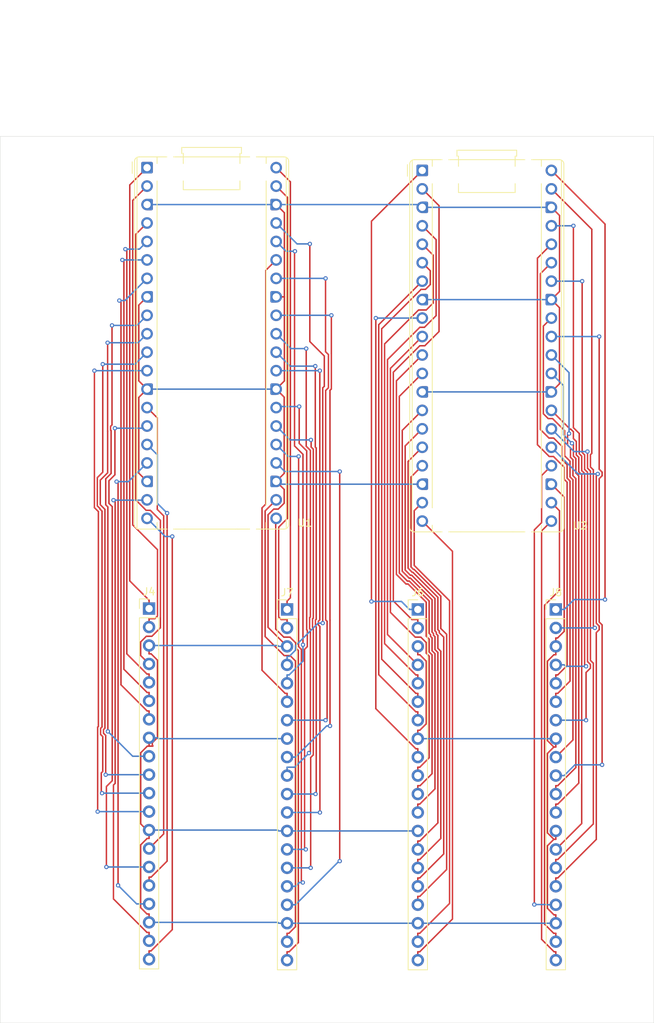
<source format=kicad_pcb>
(kicad_pcb (version 20241229) (generator "pcbnew") (generator_version "9.0")
  (layers (0 "F.Cu" signal) (2 "B.Cu" signal) (13 "F.Paste" user) (15 "B.Paste" user) (5 "F.SilkS" user "F.Silkscreen") (7 "B.SilkS" user "B.Silkscreen") (1 "F.Mask" user) (3 "B.Mask" user) (25 "Edge.Cuts" user))
  (net 0 "")
  (net 1 "GND")
  (net 2 "AGP19")
  (net 3 "AGP27")
  (net 4 "AVSYS")
  (net 5 "AADC_VREF")
  (net 6 "AGP20")
  (net 7 "ARUN")
  (net 8 "AGP28")
  (net 9 "A3V3(OUT)")
  (net 10 "AVBUS")
  (net 11 "AGP17")
  (net 12 "AGP18")
  (net 13 "AGP22")
  (net 14 "A3V3_EN")
  (net 15 "AGP26")
  (net 16 "AGP16")
  (net 17 "AGP21")
  (net 18 "BGP9")
  (net 19 "BGP13")
  (net 20 "BGP1")
  (net 21 "BGP4")
  (net 22 "BGP14")
  (net 23 "BGP10")
  (net 24 "BGP11")
  (net 25 "BGP8")
  (net 26 "BGP3")
  (net 27 "BGP12")
  (net 28 "BGP6")
  (net 29 "BGP15")
  (net 30 "BGP5")
  (net 31 "BGP2")
  (net 32 "BGP0")
  (net 33 "BGP7")
  (net 34 "BGP21")
  (net 35 "B3V3(OUT)")
  (net 36 "BVBUS")
  (net 37 "BGP28")
  (net 38 "BGP17")
  (net 39 "BADC_VREF")
  (net 40 "BGP18")
  (net 41 "BGP16")
  (net 42 "BGP27")
  (net 43 "BGP19")
  (net 44 "BVSYS")
  (net 45 "BRUN")
  (net 46 "BGP22")
  (net 47 "BGP20")
  (net 48 "B3V3_EN")
  (net 49 "BGP26")
  (net 50 "AGP12")
  (net 51 "AGP4")
  (net 52 "AGP2")
  (net 53 "AGP5")
  (net 54 "AGP8")
  (net 55 "AGP1")
  (net 56 "AGP15")
  (net 57 "AGP7")
  (net 58 "AGP3")
  (net 59 "AGP13")
  (net 60 "AGP0")
  (net 61 "AGP11")
  (net 62 "AGP14")
  (net 63 "AGP10")
  (net 64 "AGP9")
  (net 65 "AGP6")
  (footprint "Connector_PinHeader_2.54mm:PinHeader_1x20_P2.54mm_Vertical" (layer "F.Cu") (at 121.5 97.98)
    (property "Reference" "J4")
    (property "Value" "1x20 pin header Pico 1AA")
  )
  (footprint "Connector_PinHeader_2.54mm:PinHeader_1x20_P2.54mm_Vertical" (layer "F.Cu") (at 140.5 98.1)
    (property "Reference" "J7")
    (property "Value" "1x20 pin header Pico 2AA")
  )
  (footprint "Module:RaspberryPi_Pico_Common_THT" (layer "F.Cu") (at 159.11 37.6825)
    (property "Reference" "U2")
    (property "Value" "RASPBERRY_PI_PICO_W B")
  )
  (footprint "Module:RaspberryPi_Pico_Common_THT" (layer "F.Cu") (at 121.22 37.3)
    (property "Reference" "U1")
    (property "Value" "RASPBERRY_PI_PICO_W A")
  )
  (footprint "Connector_PinHeader_2.54mm:PinHeader_1x20_P2.54mm_Vertical" (layer "F.Cu") (at 177.5 98.1)
    (property "Reference" "J8")
    (property "Value" "1x20 pin header Pico 2BB")
  )
  (footprint "Connector_PinHeader_2.54mm:PinHeader_1x20_P2.54mm_Vertical" (layer "F.Cu") (at 158.5 98.1)
    (property "Reference" "J6")
    (property "Value" "1x20 pin header Pico 1BB")
  )
  (gr_rect (start 101 33) (end 191 155) (stroke (width 0.05)) (fill no) (layer "Edge.Cuts"))
  (segment (start 140.5 103.18) (end 137.88 100.56) (width 0.2) (layer "F.Cu") (net 1))
  (segment (start 177.2315 117.0317) (end 176.3476 116.1478) (width 0.2) (layer "F.Cu") (net 1))
  (segment (start 121.947 116.442) (end 121.947 116.775) (width 0.2) (layer "F.Cu") (net 1))
  (segment (start 122.652 105.076) (end 122.652 115.738) (width 0.2) (layer "F.Cu") (net 1))
  (segment (start 159.6568 105.2141) (end 159.6568 113.84) (width 0.2) (layer "F.Cu") (net 1))
  (segment (start 121.5 116.912) (end 121.26 116.912) (width 0.2) (layer "F.Cu") (net 1))
  (segment (start 176.3483 130.6149) (end 177.2315 129.7317) (width 0.2) (layer "F.Cu") (net 1))
  (segment (start 137.88 85.0675) (end 138.658 84.29) (width 0.2) (layer "F.Cu") (net 1))
  (segment (start 140.126 55.08) (end 140.126 66.6541) (width 0.2) (layer "F.Cu") (net 1))
  (segment (start 122.652 115.738) (end 122.603 115.787) (width 0.2) (layer "F.Cu") (net 1))
  (segment (start 121.5 128.761) (end 121.5 129.1865) (width 0.2) (layer "F.Cu") (net 1))
  (segment (start 158.5 103.18) (end 158.5 104.3317) (width 0.2) (layer "F.Cu") (net 1))
  (segment (start 178.0106 43.8831) (end 178.0106 54.3419) (width 0.2) (layer "F.Cu") (net 1))
  (segment (start 176.3476 116.1478) (end 176.3476 105.2156) (width 0.2) (layer "F.Cu") (net 1))
  (segment (start 158.7744 104.3317) (end 159.6568 105.2141) (width 0.2) (layer "F.Cu") (net 1))
  (segment (start 177.7405 102.0283) (end 177.5 102.0283) (width 0.2) (layer "F.Cu") (net 1))
  (segment (start 121.5 115.76) (end 121.5 116.912) (width 0.2) (layer "F.Cu") (net 1))
  (segment (start 120.348 127.61) (end 121.5 128.761) (width 0.2) (layer "F.Cu") (net 1))
  (segment (start 177.2315 104.3317) (end 177.5 104.3317) (width 0.2) (layer "F.Cu") (net 1))
  (segment (start 140.102 68.8817) (end 139 67.78) (width 0.2) (layer "F.Cu") (net 1))
  (segment (start 121.22 55.08) (end 120.084 56.2157) (width 0.2) (layer "F.Cu") (net 1))
  (segment (start 120.348 117.823) (end 120.348 127.61) (width 0.2) (layer "F.Cu") (net 1))
  (segment (start 120.084 79.3435) (end 121.22 80.48) (width 0.2) (layer "F.Cu") (net 1))
  (segment (start 158.5 104.3317) (end 158.7744 104.3317) (width 0.2) (layer "F.Cu") (net 1))
  (segment (start 140.102 83.4771) (end 140.102 81.5817) (width 0.2) (layer "F.Cu") (net 1))
  (segment (start 176.89 55.4625) (end 178.0012 56.5737) (width 0.2) (layer "F.Cu") (net 1))
  (segment (start 121.5 140.008) (end 121.5 141.16) (width 0.2) (layer "F.Cu") (net 1))
  (segment (start 140.102 81.5817) (end 139 80.48) (width 0.2) (layer "F.Cu") (net 1))
  (segment (start 177.2315 129.7317) (end 176.3483 128.8485) (width 0.2) (layer "F.Cu") (net 1))
  (segment (start 139 42.38) (end 140.126 43.5059) (width 0.2) (layer "F.Cu") (net 1))
  (segment (start 122.602 115.787) (end 121.947 116.442) (width 0.2) (layer "F.Cu") (net 1))
  (segment (start 140.102 79.3783) (end 140.102 68.8817) (width 0.2) (layer "F.Cu") (net 1))
  (segment (start 177.2451 140.1283) (end 176.3483 139.2315) (width 0.2) (layer "F.Cu") (net 1))
  (segment (start 177.2315 117.0317) (end 177.5 117.0317) (width 0.2) (layer "F.Cu") (net 1))
  (segment (start 120.084 56.2157) (end 120.084 66.6443) (width 0.2) (layer "F.Cu") (net 1))
  (segment (start 121.26 116.912) (end 120.348 117.823) (width 0.2) (layer "F.Cu") (net 1))
  (segment (start 176.3483 117.9149) (end 177.2315 117.0317) (width 0.2) (layer "F.Cu") (net 1))
  (segment (start 178.0012 67.0513) (end 176.89 68.1625) (width 0.2) (layer "F.Cu") (net 1))
  (segment (start 138.658 84.29) (end 139.289 84.29) (width 0.2) (layer "F.Cu") (net 1))
  (segment (start 122.603 115.787) (end 122.602 115.787) (width 0.2) (layer "F.Cu") (net 1))
  (segment (start 120.342 130.501) (end 120.342 139.138) (width 0.2) (layer "F.Cu") (net 1))
  (segment (start 121.5 129.1865) (end 121.5 129.612) (width 0.2) (layer "F.Cu") (net 1))
  (segment (start 177.5 140.1283) (end 177.2451 140.1283) (width 0.2) (layer "F.Cu") (net 1))
  (segment (start 122.008 116.836) (end 122.008 116.912) (width 0.2) (layer "F.Cu") (net 1))
  (segment (start 178.0012 56.5737) (end 178.0012 67.0513) (width 0.2) (layer "F.Cu") (net 1))
  (segment (start 122.008 116.912) (end 121.5 116.912) (width 0.2) (layer "F.Cu") (net 1))
  (segment (start 177.5 115.88) (end 177.5 117.0317) (width 0.2) (layer "F.Cu") (net 1))
  (segment (start 176.3483 128.8485) (end 176.3483 117.9149) (width 0.2) (layer "F.Cu") (net 1))
  (segment (start 176.89 80.8625) (end 178.6517 82.6242) (width 0.2) (layer "F.Cu") (net 1))
  (segment (start 140.126 43.5059) (end 140.126 55.08) (width 0.2) (layer "F.Cu") (net 1))
  (segment (start 178.6517 101.1171) (end 177.7405 102.0283) (width 0.2) (layer "F.Cu") (net 1))
  (segment (start 137.88 100.56) (end 137.88 85.0675) (width 0.2) (layer "F.Cu") (net 1))
  (segment (start 121.788 104.212) (end 122.652 105.076) (width 0.2) (layer "F.Cu") (net 1))
  (segment (start 177.5 103.18) (end 177.5 102.0283) (width 0.2) (layer "F.Cu") (net 1))
  (segment (start 120.084 68.9165) (end 120.084 79.3435) (width 0.2) (layer "F.Cu") (net 1))
  (segment (start 121.947 116.775) (end 122.008 116.836) (width 0.2) (layer "F.Cu") (net 1))
  (segment (start 158.7685 114.7283) (end 158.5 114.7283) (width 0.2) (layer "F.Cu") (net 1))
  (segment (start 139.289 84.29) (end 140.102 83.4771) (width 0.2) (layer "F.Cu") (net 1))
  (segment (start 177.5 141.28) (end 177.5 140.1283) (width 0.2) (layer "F.Cu") (net 1))
  (segment (start 159.6568 113.84) (end 158.7685 114.7283) (width 0.2) (layer "F.Cu") (net 1))
  (segment (start 177.5 128.58) (end 177.5 129.7317) (width 0.2) (layer "F.Cu") (net 1))
  (segment (start 121.212 140.008) (end 121.5 140.008) (width 0.2) (layer "F.Cu") (net 1))
  (segment (start 177.2315 129.7317) (end 177.5 129.7317) (width 0.2) (layer "F.Cu") (net 1))
  (segment (start 176.3483 139.2315) (end 176.3483 130.6149) (width 0.2) (layer "F.Cu") (net 1))
  (segment (start 120.342 139.138) (end 121.212 140.008) (width 0.2) (layer "F.Cu") (net 1))
  (segment (start 120.084 66.6443) (end 121.22 67.78) (width 0.2) (layer "F.Cu") (net 1))
  (segment (start 121.22 67.78) (end 120.084 68.9165) (width 0.2) (layer "F.Cu") (net 1))
  (segment (start 178.6517 82.6242) (end 178.6517 101.1171) (width 0.2) (layer "F.Cu") (net 1))
  (segment (start 121.5 103.06) (end 121.5 104.212) (width 0.2) (layer "F.Cu") (net 1))
  (segment (start 139 80.48) (end 140.102 79.3783) (width 0.2) (layer "F.Cu") (net 1))
  (segment (start 177.5 103.18) (end 177.5 104.3317) (width 0.2) (layer "F.Cu") (net 1))
  (segment (start 121.5 104.212) (end 121.788 104.212) (width 0.2) (layer "F.Cu") (net 1))
  (segment (start 121.5 129.1865) (end 121.5 128.46) (width 0.2) (layer "F.Cu") (net 1))
  (segment (start 176.89 42.7625) (end 178.0106 43.8831) (width 0.2) (layer "F.Cu") (net 1))
  (segment (start 140.126 66.6541) (end 139 67.78) (width 0.2) (layer "F.Cu") (net 1))
  (segment (start 121.5 129.612) (end 121.232 129.612) (width 0.2) (layer "F.Cu") (net 1))
  (segment (start 139 55.08) (end 140.126 55.08) (width 0.2) (layer "F.Cu") (net 1))
  (segment (start 178.0106 54.3419) (end 176.89 55.4625) (width 0.2) (layer "F.Cu") (net 1))
  (segment (start 121.232 129.612) (end 120.342 130.501) (width 0.2) (layer "F.Cu") (net 1))
  (segment (start 176.3476 105.2156) (end 177.2315 104.3317) (width 0.2) (layer "F.Cu") (net 1))
  (segment (start 158.5 115.88) (end 158.5 114.7283) (width 0.2) (layer "F.Cu") (net 1))
  (segment (start 159.11 68.1625) (end 176.89 68.1625) (width 0.2) (layer "B.Cu") (net 1))
  (segment (start 158.7275 42.38) (end 159.11 42.7625) (width 0.2) (layer "B.Cu") (net 1))
  (segment (start 139.228 128.46) (end 121.5 128.46) (width 0.2) (layer "B.Cu") (net 1))
  (segment (start 140.5 103.18) (end 139.348 103.18) (width 0.2) (layer "B.Cu") (net 1))
  (segment (start 139.348 103.18) (end 139.228 103.06) (width 0.2) (layer "B.Cu") (net 1))
  (segment (start 140.5 128.58) (end 139.348 128.58) (width 0.2) (layer "B.Cu") (net 1))
  (segment (start 158.5 115.88) (end 177.5 115.88) (width 0.2) (layer "B.Cu") (net 1))
  (segment (start 139.228 103.06) (end 121.5 103.06) (width 0.2) (layer "B.Cu") (net 1))
  (segment (start 176.89 55.4625) (end 159.11 55.4625) (width 0.2) (layer "B.Cu") (net 1))
  (segment (start 158.5 141.28) (end 177.5 141.28) (width 0.2) (layer "B.Cu") (net 1))
  (segment (start 159.11 42.7625) (end 176.89 42.7625) (width 0.2) (layer "B.Cu") (net 1))
  (segment (start 122.652 115.76) (end 122.772 115.88) (width 0.2) (layer "B.Cu") (net 1))
  (segment (start 122.772 115.88) (end 140.5 115.88) (width 0.2) (layer "B.Cu") (net 1))
  (segment (start 140.5 141.28) (end 158.5 141.28) (width 0.2) (layer "B.Cu") (net 1))
  (segment (start 140.5 141.28) (end 139.348 141.28) (width 0.2) (layer "B.Cu") (net 1))
  (segment (start 139.348 141.28) (end 139.228 141.16) (width 0.2) (layer "B.Cu") (net 1))
  (segment (start 121.22 42.38) (end 139 42.38) (width 0.2) (layer "B.Cu") (net 1))
  (segment (start 139.3825 80.8625) (end 139 80.48) (width 0.2) (layer "B.Cu") (net 1))
  (segment (start 140.5 128.58) (end 158.5 128.58) (width 0.2) (layer "B.Cu") (net 1))
  (segment (start 121.5 115.76) (end 122.652 115.76) (width 0.2) (layer "B.Cu") (net 1))
  (segment (start 159.11 80.8625) (end 139.3825 80.8625) (width 0.2) (layer "B.Cu") (net 1))
  (segment (start 139.348 128.58) (end 139.228 128.46) (width 0.2) (layer "B.Cu") (net 1))
  (segment (start 139.228 141.16) (end 121.5 141.16) (width 0.2) (layer "B.Cu") (net 1))
  (segment (start 139 42.38) (end 158.7275 42.38) (width 0.2) (layer "B.Cu") (net 1))
  (segment (start 121.22 67.78) (end 139 67.78) (width 0.2) (layer "B.Cu") (net 1))
  (segment (start 142.086 103.211) (end 142.438 103.564) (width 0.2) (layer "F.Cu") (net 2))
  (segment (start 142.467 135.479) (end 142.666 135.678) (width 0.2) (layer "F.Cu") (net 2))
  (segment (start 142.467 103.591) (end 142.467 135.479) (width 0.2) (layer "F.Cu") (net 2))
  (segment (start 142.438 103.564) (end 142.44 103.564) (width 0.2) (layer "F.Cu") (net 2))
  (segment (start 142.086 77.0392) (end 142.086 103.211) (width 0.2) (layer "F.Cu") (net 2))
  (segment (start 142.44 103.564) (end 142.467 103.591) (width 0.2) (layer "F.Cu") (net 2))
  (via (at 142.086 77.0392) (size 0.6) (drill 0.3) (layers "F.Cu" "B.Cu") (net 2))
  (via (at 142.666 135.678) (size 0.6) (drill 0.3) (layers "F.Cu" "B.Cu") (net 2))
  (segment (start 141.652 136.2) (end 142.173 135.678) (width 0.2) (layer "B.Cu") (net 2))
  (segment (start 140.639 77.0392) (end 142.086 77.0392) (width 0.2) (layer "B.Cu") (net 2))
  (segment (start 142.173 135.678) (end 142.666 135.678) (width 0.2) (layer "B.Cu") (net 2))
  (segment (start 140.5 136.2) (end 141.652 136.2) (width 0.2) (layer "B.Cu") (net 2))
  (segment (start 139 75.4) (end 140.639 77.0392) (width 0.2) (layer "B.Cu") (net 2))
  (segment (start 146.407 99.5602) (end 146.407 67.9472) (width 0.2) (layer "F.Cu") (net 3))
  (segment (start 146.411 114.127) (end 146.411 99.5647) (width 0.2) (layer "F.Cu") (net 3))
  (segment (start 146.407 67.9472) (end 146.599 67.7548) (width 0.2) (layer "F.Cu") (net 3))
  (segment (start 146.411 99.5647) (end 146.407 99.5602) (width 0.2) (layer "F.Cu") (net 3))
  (segment (start 146.599 67.7548) (end 146.599 57.62) (width 0.2) (layer "F.Cu") (net 3))
  (via (at 146.411 114.127) (size 0.6) (drill 0.3) (layers "F.Cu" "B.Cu") (net 3))
  (via (at 146.599 57.62) (size 0.6) (drill 0.3) (layers "F.Cu" "B.Cu") (net 3))
  (segment (start 145.945 114.127) (end 146.411 114.127) (width 0.2) (layer "B.Cu") (net 3))
  (segment (start 139 57.62) (end 146.599 57.62) (width 0.2) (layer "B.Cu") (net 3))
  (segment (start 141.652 118.42) (end 145.945 114.127) (width 0.2) (layer "B.Cu") (net 3))
  (segment (start 140.5 118.42) (end 141.652 118.42) (width 0.2) (layer "B.Cu") (net 3))
  (segment (start 139.343 86.7751) (end 139.343 99.1458) (width 0.2) (layer "F.Cu") (net 4))
  (segment (start 140.553 85.5648) (end 139.343 86.7751) (width 0.2) (layer "F.Cu") (net 4))
  (segment (start 139 39.84) (end 140.553 41.3933) (width 0.2) (layer "F.Cu") (net 4))
  (segment (start 140.553 41.3933) (end 140.553 85.5648) (width 0.2) (layer "F.Cu") (net 4))
  (segment (start 140.5 99.4883) (end 140.5 100.64) (width 0.2) (layer "F.Cu") (net 4))
  (segment (start 139.686 99.4883) (end 140.5 99.4883) (width 0.2) (layer "F.Cu") (net 4))
  (segment (start 139.343 99.1458) (end 139.686 99.4883) (width 0.2) (layer "F.Cu") (net 4))
  (segment (start 140.5 110.8) (end 140.5 109.648) (width 0.2) (layer "F.Cu") (net 5))
  (segment (start 137.564 51.4365) (end 139 50) (width 0.2) (layer "F.Cu") (net 5))
  (segment (start 140.5 109.648) (end 140.232 109.648) (width 0.2) (layer "F.Cu") (net 5))
  (segment (start 137.05 106.467) (end 137.05 84.1181) (width 0.2) (layer "F.Cu") (net 5))
  (segment (start 137.564 83.6046) (end 137.564 51.4365) (width 0.2) (layer "F.Cu") (net 5))
  (segment (start 140.232 109.648) (end 137.05 106.467) (width 0.2) (layer "F.Cu") (net 5))
  (segment (start 137.05 84.1181) (end 137.564 83.6046) (width 0.2) (layer "F.Cu") (net 5))
  (segment (start 144.003 99.3985) (end 144.003 100.562) (width 0.2) (layer "F.Cu") (net 6))
  (segment (start 144.113 99.2884) (end 144.003 99.3985) (width 0.2) (layer "F.Cu") (net 6))
  (segment (start 144.113 100.672) (end 144.113 118.112) (width 0.2) (layer "F.Cu") (net 6))
  (segment (start 143.749 118.476) (end 143.749 133.66) (width 0.2) (layer "F.Cu") (net 6))
  (segment (start 144.113 118.112) (end 143.749 118.476) (width 0.2) (layer "F.Cu") (net 6))
  (segment (start 144.003 100.562) (end 144.113 100.672) (width 0.2) (layer "F.Cu") (net 6))
  (segment (start 143.814 75.7489) (end 144.113 76.0472) (width 0.2) (layer "F.Cu") (net 6))
  (segment (start 144.113 76.0472) (end 144.113 99.2884) (width 0.2) (layer "F.Cu") (net 6))
  (segment (start 143.782 74.7683) (end 143.814 74.8012) (width 0.2) (layer "F.Cu") (net 6))
  (segment (start 143.814 74.8012) (end 143.814 75.7489) (width 0.2) (layer "F.Cu") (net 6))
  (via (at 143.782 74.7683) (size 0.6) (drill 0.3) (layers "F.Cu" "B.Cu") (net 6))
  (via (at 143.749 133.66) (size 0.6) (drill 0.3) (layers "F.Cu" "B.Cu") (net 6))
  (segment (start 140.5 133.66) (end 143.749 133.66) (width 0.2) (layer "B.Cu") (net 6))
  (segment (start 140.908 74.7683) (end 143.782 74.7683) (width 0.2) (layer "B.Cu") (net 6))
  (segment (start 139 72.86) (end 140.908 74.7683) (width 0.2) (layer "B.Cu") (net 6))
  (segment (start 144.514 75.8809) (end 144.514 99.4547) (width 0.2) (layer "F.Cu") (net 7))
  (segment (start 144.384 75.7506) (end 144.514 75.8809) (width 0.2) (layer "F.Cu") (net 7))
  (segment (start 144.384 64.6157) (end 144.384 75.7506) (width 0.2) (layer "F.Cu") (net 7))
  (segment (start 144.514 100.506) (end 144.514 123.402) (width 0.2) (layer "F.Cu") (net 7))
  (segment (start 144.404 100.396) (end 144.514 100.506) (width 0.2) (layer "F.Cu") (net 7))
  (segment (start 144.514 123.402) (end 144.416 123.5) (width 0.2) (layer "F.Cu") (net 7))
  (segment (start 144.404 99.5648) (end 144.404 100.396) (width 0.2) (layer "F.Cu") (net 7))
  (segment (start 144.514 99.4547) (end 144.404 99.5648) (width 0.2) (layer "F.Cu") (net 7))
  (via (at 144.416 123.5) (size 0.6) (drill 0.3) (layers "F.Cu" "B.Cu") (net 7))
  (via (at 144.384 64.6157) (size 0.6) (drill 0.3) (layers "F.Cu" "B.Cu") (net 7))
  (segment (start 139 62.7) (end 140.916 64.6157) (width 0.2) (layer "B.Cu") (net 7))
  (segment (start 140.916 64.6157) (end 144.384 64.6157) (width 0.2) (layer "B.Cu") (net 7))
  (segment (start 140.5 123.5) (end 144.416 123.5) (width 0.2) (layer "B.Cu") (net 7))
  (segment (start 145.81 99.531) (end 145.81 67.9764) (width 0.2) (layer "F.Cu") (net 8))
  (segment (start 146.197 63.0292) (end 145.796 62.6275) (width 0.2) (layer "F.Cu") (net 8))
  (segment (start 146.197 67.5885) (end 146.197 63.0292) (width 0.2) (layer "F.Cu") (net 8))
  (segment (start 145.796 62.6275) (end 145.796 52.54) (width 0.2) (layer "F.Cu") (net 8))
  (segment (start 145.796 113.34) (end 146.01 113.126) (width 0.2) (layer "F.Cu") (net 8))
  (segment (start 146.01 113.126) (end 146.01 99.731) (width 0.2) (layer "F.Cu") (net 8))
  (segment (start 146.01 99.731) (end 145.81 99.531) (width 0.2) (layer "F.Cu") (net 8))
  (segment (start 145.81 67.9764) (end 146.197 67.5885) (width 0.2) (layer "F.Cu") (net 8))
  (via (at 145.796 52.54) (size 0.6) (drill 0.3) (layers "F.Cu" "B.Cu") (net 8))
  (via (at 145.796 113.34) (size 0.6) (drill 0.3) (layers "F.Cu" "B.Cu") (net 8))
  (segment (start 139 52.54) (end 145.796 52.54) (width 0.2) (layer "B.Cu") (net 8))
  (segment (start 140.5 113.34) (end 145.796 113.34) (width 0.2) (layer "B.Cu") (net 8))
  (segment (start 141.581 48.804) (end 141.526 48.8594) (width 0.2) (layer "F.Cu") (net 9))
  (segment (start 142.687 76.7526) (end 142.687 102.962) (width 0.2) (layer "F.Cu") (net 9))
  (segment (start 141.526 48.8594) (end 141.526 75.5914) (width 0.2) (layer "F.Cu") (net 9))
  (segment (start 141.526 75.5914) (end 142.687 76.7526) (width 0.2) (layer "F.Cu") (net 9))
  (via (at 141.581 48.804) (size 0.6) (drill 0.3) (layers "F.Cu" "B.Cu") (net 9))
  (via (at 142.687 102.962) (size 0.6) (drill 0.3) (layers "F.Cu" "B.Cu") (net 9))
  (segment (start 139 47.46) (end 140.344 48.804) (width 0.2) (layer "B.Cu") (net 9))
  (segment (start 140.5 107.108) (end 140.788 107.108) (width 0.2) (layer "B.Cu") (net 9))
  (segment (start 140.5 108.26) (end 140.5 107.108) (width 0.2) (layer "B.Cu") (net 9))
  (segment (start 140.344 48.804) (end 141.581 48.804) (width 0.2) (layer "B.Cu") (net 9))
  (segment (start 140.788 107.108) (end 142.687 105.209) (width 0.2) (layer "B.Cu") (net 9))
  (segment (start 142.687 105.209) (end 142.687 102.962) (width 0.2) (layer "B.Cu") (net 9))
  (segment (start 140.956 96.4918) (end 140.5 96.9483) (width 0.2) (layer "F.Cu") (net 10))
  (segment (start 140.956 39.2565) (end 140.956 96.4918) (width 0.2) (layer "F.Cu") (net 10))
  (segment (start 140.5 96.9483) (end 140.5 98.1) (width 0.2) (layer "F.Cu") (net 10))
  (segment (start 139 37.3) (end 140.956 39.2565) (width 0.2) (layer "F.Cu") (net 10))
  (segment (start 137.478 84.5415) (end 137.478 101.826) (width 0.2) (layer "F.Cu") (net 11))
  (segment (start 141.652 141.766) (end 140.751 142.668) (width 0.2) (layer "F.Cu") (net 11))
  (segment (start 140.917 104.45) (end 141.652 105.185) (width 0.2) (layer "F.Cu") (net 11))
  (segment (start 137.478 101.826) (end 140.102 104.45) (width 0.2) (layer "F.Cu") (net 11))
  (segment (start 140.751 142.668) (end 140.5 142.668) (width 0.2) (layer "F.Cu") (net 11))
  (segment (start 140.102 104.45) (end 140.917 104.45) (width 0.2) (layer "F.Cu") (net 11))
  (segment (start 141.652 105.185) (end 141.652 141.766) (width 0.2) (layer "F.Cu") (net 11))
  (segment (start 140.5 142.668) (end 140.5 143.82) (width 0.2) (layer "F.Cu") (net 11))
  (segment (start 139 83.02) (end 137.478 84.5415) (width 0.2) (layer "F.Cu") (net 11))
  (segment (start 147.748 132.734) (end 147.748 79.1167) (width 0.2) (layer "F.Cu") (net 12))
  (via (at 147.748 132.734) (size 0.6) (drill 0.3) (layers "F.Cu" "B.Cu") (net 12))
  (via (at 147.748 79.1167) (size 0.6) (drill 0.3) (layers "F.Cu" "B.Cu") (net 12))
  (segment (start 140.5 138.74) (end 141.652 138.74) (width 0.2) (layer "B.Cu") (net 12))
  (segment (start 140.177 79.1167) (end 139 77.94) (width 0.2) (layer "B.Cu") (net 12))
  (segment (start 147.748 79.1167) (end 140.177 79.1167) (width 0.2) (layer "B.Cu") (net 12))
  (segment (start 141.652 138.74) (end 147.658 132.734) (width 0.2) (layer "B.Cu") (net 12))
  (segment (start 147.658 132.734) (end 147.748 132.734) (width 0.2) (layer "B.Cu") (net 12))
  (segment (start 144.806 100.229) (end 145.02 100.443) (width 0.2) (layer "F.Cu") (net 13))
  (segment (start 145.006 99.5311) (end 144.806 99.7311) (width 0.2) (layer "F.Cu") (net 13))
  (segment (start 145.006 65.24) (end 145.006 99.5311) (width 0.2) (layer "F.Cu") (net 13))
  (segment (start 145.02 100.443) (end 145.02 126.04) (width 0.2) (layer "F.Cu") (net 13))
  (segment (start 144.806 99.7311) (end 144.806 100.229) (width 0.2) (layer "F.Cu") (net 13))
  (via (at 145.02 126.04) (size 0.6) (drill 0.3) (layers "F.Cu" "B.Cu") (net 13))
  (via (at 145.006 65.24) (size 0.6) (drill 0.3) (layers "F.Cu" "B.Cu") (net 13))
  (segment (start 139 65.24) (end 145.006 65.24) (width 0.2) (layer "B.Cu") (net 13))
  (segment (start 140.5 126.04) (end 145.02 126.04) (width 0.2) (layer "B.Cu") (net 13))
  (segment (start 145.626 63.226) (end 143.633 61.2329) (width 0.2) (layer "F.Cu") (net 14))
  (segment (start 145.626 67.392) (end 145.626 63.226) (width 0.2) (layer "F.Cu") (net 14))
  (segment (start 143.633 61.2329) (end 143.633 47.7952) (width 0.2) (layer "F.Cu") (net 14))
  (segment (start 145.408 67.6102) (end 145.626 67.392) (width 0.2) (layer "F.Cu") (net 14))
  (segment (start 145.408 99.9802) (end 145.408 67.6102) (width 0.2) (layer "F.Cu") (net 14))
  (via (at 143.633 47.7952) (size 0.6) (drill 0.3) (layers "F.Cu" "B.Cu") (net 14))
  (via (at 145.408 99.9802) (size 0.6) (drill 0.3) (layers "F.Cu" "B.Cu") (net 14))
  (segment (start 141.652 103.107) (end 144.778 99.9802) (width 0.2) (layer "B.Cu") (net 14))
  (segment (start 140.5 104.568) (end 140.788 104.568) (width 0.2) (layer "B.Cu") (net 14))
  (segment (start 139 44.92) (end 141.875 47.7952) (width 0.2) (layer "B.Cu") (net 14))
  (segment (start 144.778 99.9802) (end 145.408 99.9802) (width 0.2) (layer "B.Cu") (net 14))
  (segment (start 140.788 104.568) (end 141.652 103.705) (width 0.2) (layer "B.Cu") (net 14))
  (segment (start 141.652 103.705) (end 141.652 103.107) (width 0.2) (layer "B.Cu") (net 14))
  (segment (start 141.875 47.7952) (end 143.633 47.7952) (width 0.2) (layer "B.Cu") (net 14))
  (segment (start 140.5 105.72) (end 140.5 104.568) (width 0.2) (layer "B.Cu") (net 14))
  (segment (start 143.711 117.662) (end 143.509 117.863) (width 0.2) (layer "F.Cu") (net 15))
  (segment (start 143.711 100.838) (end 143.711 117.662) (width 0.2) (layer "F.Cu") (net 15))
  (segment (start 143.601 100.728) (end 143.711 100.838) (width 0.2) (layer "F.Cu") (net 15))
  (segment (start 143.601 99.2322) (end 143.601 100.728) (width 0.2) (layer "F.Cu") (net 15))
  (segment (start 143.711 99.1221) (end 143.601 99.2322) (width 0.2) (layer "F.Cu") (net 15))
  (segment (start 143.135 75.6377) (end 143.711 76.2135) (width 0.2) (layer "F.Cu") (net 15))
  (segment (start 143.711 76.2135) (end 143.711 99.1221) (width 0.2) (layer "F.Cu") (net 15))
  (segment (start 143.135 62.2001) (end 143.135 75.6377) (width 0.2) (layer "F.Cu") (net 15))
  (via (at 143.135 62.2001) (size 0.6) (drill 0.3) (layers "F.Cu" "B.Cu") (net 15))
  (via (at 143.509 117.863) (size 0.6) (drill 0.3) (layers "F.Cu" "B.Cu") (net 15))
  (segment (start 140.5 119.808) (end 141.564 119.808) (width 0.2) (layer "B.Cu") (net 15))
  (segment (start 140.5 120.96) (end 140.5 119.808) (width 0.2) (layer "B.Cu") (net 15))
  (segment (start 141.04 62.2001) (end 143.135 62.2001) (width 0.2) (layer "B.Cu") (net 15))
  (segment (start 139 60.16) (end 141.04 62.2001) (width 0.2) (layer "B.Cu") (net 15))
  (segment (start 141.564 119.808) (end 143.509 117.863) (width 0.2) (layer "B.Cu") (net 15))
  (segment (start 138.935 86.2626) (end 138.935 100.801) (width 0.2) (layer "F.Cu") (net 16))
  (segment (start 138.935 86.2626) (end 139 86.1976) (width 0.2) (layer "F.Cu") (net 16))
  (segment (start 142.054 143.942) (end 140.788 145.208) (width 0.2) (layer "F.Cu") (net 16))
  (segment (start 138.935 100.801) (end 140.044 101.91) (width 0.2) (layer "F.Cu") (net 16))
  (segment (start 140.044 101.91) (end 140.9 101.91) (width 0.2) (layer "F.Cu") (net 16))
  (segment (start 141.684 102.694) (end 141.684 103.378) (width 0.2) (layer "F.Cu") (net 16))
  (segment (start 141.684 103.378) (end 142.054 103.748) (width 0.2) (layer "F.Cu") (net 16))
  (segment (start 138.935 85.6253) (end 138.935 86.2626) (width 0.2) (layer "F.Cu") (net 16))
  (segment (start 139 86.1976) (end 139 85.56) (width 0.2) (layer "F.Cu") (net 16))
  (segment (start 142.054 103.748) (end 142.054 143.942) (width 0.2) (layer "F.Cu") (net 16))
  (segment (start 140.788 145.208) (end 140.5 145.208) (width 0.2) (layer "F.Cu") (net 16))
  (segment (start 140.5 145.208) (end 140.5 146.36) (width 0.2) (layer "F.Cu") (net 16))
  (segment (start 140.9 101.91) (end 141.684 102.694) (width 0.2) (layer "F.Cu") (net 16))
  (segment (start 142.17 75.241) (end 143.199 76.2698) (width 0.2) (layer "F.Cu") (net 17))
  (segment (start 143.199 76.2698) (end 143.199 100.894) (width 0.2) (layer "F.Cu") (net 17))
  (segment (start 142.908 103.593) (end 142.908 130.956) (width 0.2) (layer "F.Cu") (net 17))
  (segment (start 143.289 103.212) (end 142.908 103.593) (width 0.2) (layer "F.Cu") (net 17))
  (segment (start 143.289 100.984) (end 143.289 103.212) (width 0.2) (layer "F.Cu") (net 17))
  (segment (start 143.199 100.894) (end 143.289 100.984) (width 0.2) (layer "F.Cu") (net 17))
  (segment (start 142.17 70.1752) (end 142.17 75.241) (width 0.2) (layer "F.Cu") (net 17))
  (segment (start 142.908 130.956) (end 143.071 131.12) (width 0.2) (layer "F.Cu") (net 17))
  (via (at 143.071 131.12) (size 0.6) (drill 0.3) (layers "F.Cu" "B.Cu") (net 17))
  (via (at 142.17 70.1752) (size 0.6) (drill 0.3) (layers "F.Cu" "B.Cu") (net 17))
  (segment (start 139.145 70.1752) (end 142.17 70.1752) (width 0.2) (layer "B.Cu") (net 17))
  (segment (start 140.5 131.12) (end 143.071 131.12) (width 0.2) (layer "B.Cu") (net 17))
  (segment (start 139.1448 70.1752) (end 139 70.32) (width 0.2) (layer "B.Cu") (net 17))
  (segment (start 139.145 70.1752) (end 139.1448 70.1752) (width 0.2) (layer "B.Cu") (net 17))
  (segment (start 160.4602 102.0119) (end 160.2534 101.8051) (width 0.2) (layer "F.Cu") (net 18))
  (segment (start 160.0585 101.3825) (end 160.0585 96.932) (width 0.2) (layer "F.Cu") (net 18))
  (segment (start 158.5 126.04) (end 158.5 124.8883) (width 0.2) (layer "F.Cu") (net 18))
  (segment (start 157.0668 94.1951) (end 155.9562 93.0845) (width 0.2) (layer "F.Cu") (net 18))
  (segment (start 160.8619 122.7921) (end 160.8619 104.1854) (width 0.2) (layer "F.Cu") (net 18))
  (segment (start 160.8619 104.1854) (end 160.4602 103.7837) (width 0.2) (layer "F.Cu") (net 18))
  (segment (start 158.7657 124.8883) (end 160.8619 122.7921) (width 0.2) (layer "F.Cu") (net 18))
  (segment (start 157.3216 94.1951) (end 157.0668 94.1951) (width 0.2) (layer "F.Cu") (net 18))
  (segment (start 155.9562 68.7763) (end 159.11 65.6225) (width 0.2) (layer "F.Cu") (net 18))
  (segment (start 160.4602 103.7837) (end 160.4602 102.0119) (width 0.2) (layer "F.Cu") (net 18))
  (segment (start 155.9562 93.0845) (end 155.9562 68.7763) (width 0.2) (layer "F.Cu") (net 18))
  (segment (start 160.0585 96.932) (end 157.3216 94.1951) (width 0.2) (layer "F.Cu") (net 18))
  (segment (start 160.2534 101.8051) (end 160.2534 101.5774) (width 0.2) (layer "F.Cu") (net 18))
  (segment (start 160.2534 101.5774) (end 160.0585 101.3825) (width 0.2) (layer "F.Cu") (net 18))
  (segment (start 158.5 124.8883) (end 158.7657 124.8883) (width 0.2) (layer "F.Cu") (net 18))
  (segment (start 158.5 138.74) (end 158.5 137.5883) (width 0.2) (layer "F.Cu") (net 19))
  (segment (start 157.9868 92.5883) (end 157.9021 92.5883) (width 0.2) (layer "F.Cu") (net 19))
  (segment (start 157.5645 92.2507) (end 157.5645 79.868) (width 0.2) (layer "F.Cu") (net 19))
  (segment (start 158.5 137.5883) (end 158.7657 137.5883) (width 0.2) (layer "F.Cu") (net 19))
  (segment (start 161.6653 96.2668) (end 157.9868 92.5883) (width 0.2) (layer "F.Cu") (net 19))
  (segment (start 162.4687 101.5207) (end 161.6653 100.7173) (width 0.2) (layer "F.Cu") (net 19))
  (segment (start 162.4687 133.8853) (end 162.4687 101.5207) (width 0.2) (layer "F.Cu") (net 19))
  (segment (start 158.7657 137.5883) (end 162.4687 133.8853) (width 0.2) (layer "F.Cu") (net 19))
  (segment (start 157.5645 79.868) (end 159.11 78.3225) (width 0.2) (layer "F.Cu") (net 19))
  (segment (start 161.6653 100.7173) (end 161.6653 96.2668) (width 0.2) (layer "F.Cu") (net 19))
  (segment (start 157.9021 92.5883) (end 157.5645 92.2507) (width 0.2) (layer "F.Cu") (net 19))
  (segment (start 158.5 100.64) (end 158.5 99.4883) (width 0.2) (layer "F.Cu") (net 20))
  (segment (start 159.4628 61.8125) (end 161.4198 59.8555) (width 0.2) (layer "F.Cu") (net 20))
  (segment (start 158.5 99.4883) (end 157.6876 99.4883) (width 0.2) (layer "F.Cu") (net 20))
  (segment (start 161.4198 42.5323) (end 159.11 40.2225) (width 0.2) (layer "F.Cu") (net 20))
  (segment (start 161.4198 59.8555) (end 161.4198 42.5323) (width 0.2) (layer "F.Cu") (net 20))
  (segment (start 158.7712 61.8125) (end 159.4628 61.8125) (width 0.2) (layer "F.Cu") (net 20))
  (segment (start 155.1294 96.9301) (end 155.1294 65.4543) (width 0.2) (layer "F.Cu") (net 20))
  (segment (start 157.6876 99.4883) (end 155.1294 96.9301) (width 0.2) (layer "F.Cu") (net 20))
  (segment (start 155.1294 65.4543) (end 158.7712 61.8125) (width 0.2) (layer "F.Cu") (net 20))
  (segment (start 158.5 110.8) (end 158.5 109.6483) (width 0.2) (layer "F.Cu") (net 21))
  (segment (start 158.2315 109.6483) (end 158.5 109.6483) (width 0.2) (layer "F.Cu") (net 21))
  (segment (start 160.2147 53.3897) (end 159.5535 54.0509) (width 0.2) (layer "F.Cu") (net 21))
  (segment (start 160.2147 51.4872) (end 160.2147 53.3897) (width 0.2) (layer "F.Cu") (net 21))
  (segment (start 153.5212 104.938) (end 158.2315 109.6483) (width 0.2) (layer "F.Cu") (net 21))
  (segment (start 159.5535 54.0509) (end 158.953 54.0509) (width 0.2) (layer "F.Cu") (net 21))
  (segment (start 153.5212 59.4827) (end 153.5212 104.938) (width 0.2) (layer "F.Cu") (net 21))
  (segment (start 159.11 50.3825) (end 160.2147 51.4872) (width 0.2) (layer "F.Cu") (net 21))
  (segment (start 158.953 54.0509) (end 153.5212 59.4827) (width 0.2) (layer "F.Cu") (net 21))
  (segment (start 162.8704 96.9039) (end 158.0046 92.0381) (width 0.2) (layer "F.Cu") (net 22))
  (segment (start 158.5 142.6683) (end 158.7607 142.6683) (width 0.2) (layer "F.Cu") (net 22))
  (segment (start 158.5 143.82) (end 158.5 142.6683) (width 0.2) (layer "F.Cu") (net 22))
  (segment (start 158.0046 84.5079) (end 159.11 83.4025) (width 0.2) (layer "F.Cu") (net 22))
  (segment (start 158.7607 142.6683) (end 162.8704 138.5586) (width 0.2) (layer "F.Cu") (net 22))
  (segment (start 158.0046 92.0381) (end 158.0046 84.5079) (width 0.2) (layer "F.Cu") (net 22))
  (segment (start 162.8704 138.5586) (end 162.8704 96.9039) (width 0.2) (layer "F.Cu") (net 22))
  (segment (start 161.2636 127.4704) (end 161.2636 104.0191) (width 0.2) (layer "F.Cu") (net 23))
  (segment (start 160.6551 101.6388) (end 160.6551 101.4111) (width 0.2) (layer "F.Cu") (net 23))
  (segment (start 160.6551 101.4111) (end 160.4602 101.2162) (width 0.2) (layer "F.Cu") (net 23))
  (segment (start 160.4602 101.2162) (end 160.4602 96.7657) (width 0.2) (layer "F.Cu") (net 23))
  (segment (start 158.5 131.12) (end 158.5 129.9683) (width 0.2) (layer "F.Cu") (net 23))
  (segment (start 156.3579 92.8384) (end 156.3579 73.4546) (width 0.2) (layer "F.Cu") (net 23))
  (segment (start 160.8619 103.6174) (end 160.8619 101.8456) (width 0.2) (layer "F.Cu") (net 23))
  (segment (start 156.3579 73.4546) (end 159.11 70.7025) (width 0.2) (layer "F.Cu") (net 23))
  (segment (start 161.2636 104.0191) (end 160.8619 103.6174) (width 0.2) (layer "F.Cu") (net 23))
  (segment (start 157.3129 93.7934) (end 156.3579 92.8384) (width 0.2) (layer "F.Cu") (net 23))
  (segment (start 158.7657 129.9683) (end 161.2636 127.4704) (width 0.2) (layer "F.Cu") (net 23))
  (segment (start 157.4879 93.7934) (end 157.3129 93.7934) (width 0.2) (layer "F.Cu") (net 23))
  (segment (start 160.4602 96.7657) (end 157.4879 93.7934) (width 0.2) (layer "F.Cu") (net 23))
  (segment (start 160.8619 101.8456) (end 160.6551 101.6388) (width 0.2) (layer "F.Cu") (net 23))
  (segment (start 158.5 129.9683) (end 158.7657 129.9683) (width 0.2) (layer "F.Cu") (net 23))
  (segment (start 160.8619 96.5994) (end 157.6542 93.3917) (width 0.2) (layer "F.Cu") (net 24))
  (segment (start 157.6542 93.3917) (end 157.4792 93.3917) (width 0.2) (layer "F.Cu") (net 24))
  (segment (start 161.6653 129.6087) (end 161.6653 103.8528) (width 0.2) (layer "F.Cu") (net 24))
  (segment (start 156.7596 75.5929) (end 159.11 73.2425) (width 0.2) (layer "F.Cu") (net 24))
  (segment (start 161.2636 101.6793) (end 161.0568 101.4725) (width 0.2) (layer "F.Cu") (net 24))
  (segment (start 158.7657 132.5083) (end 161.6653 129.6087) (width 0.2) (layer "F.Cu") (net 24))
  (segment (start 161.6653 103.8528) (end 161.2636 103.4511) (width 0.2) (layer "F.Cu") (net 24))
  (segment (start 158.5 132.5083) (end 158.7657 132.5083) (width 0.2) (layer "F.Cu") (net 24))
  (segment (start 156.7596 92.6721) (end 156.7596 75.5929) (width 0.2) (layer "F.Cu") (net 24))
  (segment (start 160.8619 101.0499) (end 160.8619 96.5994) (width 0.2) (layer "F.Cu") (net 24))
  (segment (start 161.0568 101.2448) (end 160.8619 101.0499) (width 0.2) (layer "F.Cu") (net 24))
  (segment (start 161.2636 103.4511) (end 161.2636 101.6793) (width 0.2) (layer "F.Cu") (net 24))
  (segment (start 157.4792 93.3917) (end 156.7596 92.6721) (width 0.2) (layer "F.Cu") (net 24))
  (segment (start 158.5 133.66) (end 158.5 132.5083) (width 0.2) (layer "F.Cu") (net 24))
  (segment (start 161.0568 101.4725) (end 161.0568 101.2448) (width 0.2) (layer "F.Cu") (net 24))
  (segment (start 155.5545 66.638) (end 159.11 63.0825) (width 0.2) (layer "F.Cu") (net 25))
  (segment (start 158.5 122.3483) (end 158.8108 122.3483) (width 0.2) (layer "F.Cu") (net 25))
  (segment (start 156.8741 94.5968) (end 155.5545 93.2772) (width 0.2) (layer "F.Cu") (net 25))
  (segment (start 160.0585 103.95) (end 160.0585 102.1782) (width 0.2) (layer "F.Cu") (net 25))
  (segment (start 155.5545 93.2772) (end 155.5545 66.638) (width 0.2) (layer "F.Cu") (net 25))
  (segment (start 159.6568 101.7765) (end 159.6568 97.0983) (width 0.2) (layer "F.Cu") (net 25))
  (segment (start 157.1553 94.5968) (end 156.8741 94.5968) (width 0.2) (layer "F.Cu") (net 25))
  (segment (start 158.8108 122.3483) (end 160.4602 120.6989) (width 0.2) (layer "F.Cu") (net 25))
  (segment (start 160.0585 102.1782) (end 159.6568 101.7765) (width 0.2) (layer "F.Cu") (net 25))
  (segment (start 158.5 123.5) (end 158.5 122.3483) (width 0.2) (layer "F.Cu") (net 25))
  (segment (start 159.6568 97.0983) (end 157.1553 94.5968) (width 0.2) (layer "F.Cu") (net 25))
  (segment (start 160.4602 104.3517) (end 160.0585 103.95) (width 0.2) (layer "F.Cu") (net 25))
  (segment (start 160.4602 120.6989) (end 160.4602 104.3517) (width 0.2) (layer "F.Cu") (net 25))
  (segment (start 160.6164 49.3489) (end 160.6164 55.9323) (width 0.2) (layer "F.Cu") (net 26))
  (segment (start 158.2315 107.1083) (end 158.5 107.1083) (width 0.2) (layer "F.Cu") (net 26))
  (segment (start 158.6027 56.8874) (end 153.9229 61.5672) (width 0.2) (layer "F.Cu") (net 26))
  (segment (start 159.11 47.8425) (end 160.6164 49.3489) (width 0.2) (layer "F.Cu") (net 26))
  (segment (start 158.5 108.26) (end 158.5 107.1083) (width 0.2) (layer "F.Cu") (net 26))
  (segment (start 159.6613 56.8874) (end 158.6027 56.8874) (width 0.2) (layer "F.Cu") (net 26))
  (segment (start 153.9229 102.7997) (end 158.2315 107.1083) (width 0.2) (layer "F.Cu") (net 26))
  (segment (start 160.6164 55.9323) (end 159.6613 56.8874) (width 0.2) (layer "F.Cu") (net 26))
  (segment (start 153.9229 61.5672) (end 153.9229 102.7997) (width 0.2) (layer "F.Cu") (net 26))
  (segment (start 161.4585 101.0785) (end 161.2636 100.8836) (width 0.2) (layer "F.Cu") (net 27))
  (segment (start 157.1628 77.7297) (end 159.11 75.7825) (width 0.2) (layer "F.Cu") (net 27))
  (segment (start 162.067 131.747) (end 162.067 101.9147) (width 0.2) (layer "F.Cu") (net 27))
  (segment (start 158.5 136.2) (end 158.5 135.0483) (width 0.2) (layer "F.Cu") (net 27))
  (segment (start 161.2636 100.8836) (end 161.2636 96.4331) (width 0.2) (layer "F.Cu") (net 27))
  (segment (start 161.4585 101.3062) (end 161.4585 101.0785) (width 0.2) (layer "F.Cu") (net 27))
  (segment (start 158.5 135.0483) (end 158.7657 135.0483) (width 0.2) (layer "F.Cu") (net 27))
  (segment (start 157.1628 92.4198) (end 157.1628 77.7297) (width 0.2) (layer "F.Cu") (net 27))
  (segment (start 157.8205 92.99) (end 157.733 92.99) (width 0.2) (layer "F.Cu") (net 27))
  (segment (start 162.067 101.9147) (end 161.4585 101.3062) (width 0.2) (layer "F.Cu") (net 27))
  (segment (start 158.7657 135.0483) (end 162.067 131.747) (width 0.2) (layer "F.Cu") (net 27))
  (segment (start 161.2636 96.4331) (end 157.8205 92.99) (width 0.2) (layer "F.Cu") (net 27))
  (segment (start 157.733 92.99) (end 157.1628 92.4198) (width 0.2) (layer "F.Cu") (net 27))
  (segment (start 158.5 117.2683) (end 158.2315 117.2683) (width 0.2) (layer "F.Cu") (net 28))
  (segment (start 158.2315 117.2683) (end 152.7178 111.7546) (width 0.2) (layer "F.Cu") (net 28))
  (segment (start 158.5 118.42) (end 158.5 117.2683) (width 0.2) (layer "F.Cu") (net 28))
  (segment (start 152.7178 111.7546) (end 152.7178 58.0025) (width 0.2) (layer "F.Cu") (net 28))
  (via (at 152.7178 58.0025) (size 0.6) (drill 0.3) (layers "F.Cu" "B.Cu") (net 28))
  (segment (start 159.11 58.0025) (end 152.7178 58.0025) (width 0.2) (layer "B.Cu") (net 28))
  (segment (start 163.2721 90.1046) (end 159.11 85.9425) (width 0.2) (layer "F.Cu") (net 29))
  (segment (start 158.5 146.36) (end 158.5 145.2083) (width 0.2) (layer "F.Cu") (net 29))
  (segment (start 158.5 145.2083) (end 158.7655 145.2083) (width 0.2) (layer "F.Cu") (net 29))
  (segment (start 158.7655 145.2083) (end 163.2721 140.7017) (width 0.2) (layer "F.Cu") (net 29))
  (segment (start 163.2721 140.7017) (end 163.2721 90.1046) (width 0.2) (layer "F.Cu") (net 29))
  (segment (start 153.1195 107.0763) (end 158.2315 112.1883) (width 0.2) (layer "F.Cu") (net 30))
  (segment (start 158.2315 112.1883) (end 158.5 112.1883) (width 0.2) (layer "F.Cu") (net 30))
  (segment (start 159.11 52.9225) (end 153.1195 58.913) (width 0.2) (layer "F.Cu") (net 30))
  (segment (start 153.1195 58.913) (end 153.1195 107.0763) (width 0.2) (layer "F.Cu") (net 30))
  (segment (start 158.5 113.34) (end 158.5 112.1883) (width 0.2) (layer "F.Cu") (net 30))
  (segment (start 159.4134 59.2725) (end 158.7743 59.2725) (width 0.2) (layer "F.Cu") (net 31))
  (segment (start 161.0181 47.2106) (end 161.0181 57.6678) (width 0.2) (layer "F.Cu") (net 31))
  (segment (start 158.7743 59.2725) (end 154.3246 63.7222) (width 0.2) (layer "F.Cu") (net 31))
  (segment (start 159.11 45.3025) (end 161.0181 47.2106) (width 0.2) (layer "F.Cu") (net 31))
  (segment (start 154.3246 63.7222) (end 154.3246 101.5446) (width 0.2) (layer "F.Cu") (net 31))
  (segment (start 161.0181 57.6678) (end 159.4134 59.2725) (width 0.2) (layer "F.Cu") (net 31))
  (segment (start 154.3246 101.5446) (end 158.5 105.72) (width 0.2) (layer "F.Cu") (net 31))
  (segment (start 152.116 44.6765) (end 152.116 96.9997) (width 0.2) (layer "F.Cu") (net 32))
  (segment (start 159.11 37.6825) (end 152.116 44.6765) (width 0.2) (layer "F.Cu") (net 32))
  (via (at 152.116 96.9997) (size 0.6) (drill 0.3) (layers "F.Cu" "B.Cu") (net 32))
  (segment (start 158.5 98.1) (end 157.3483 98.1) (width 0.2) (layer "B.Cu") (net 32))
  (segment (start 156.248 96.9997) (end 152.116 96.9997) (width 0.2) (layer "B.Cu") (net 32))
  (segment (start 157.3483 98.1) (end 156.248 96.9997) (width 0.2) (layer "B.Cu") (net 32))
  (segment (start 154.7277 64.9248) (end 159.11 60.5425) (width 0.2) (layer "F.Cu") (net 33))
  (segment (start 160.0585 118.5183) (end 160.0585 104.518) (width 0.2) (layer "F.Cu") (net 33))
  (segment (start 158.5 120.96) (end 158.5 119.8083) (width 0.2) (layer "F.Cu") (net 33))
  (segment (start 159.6568 102.6549) (end 158.9119 101.91) (width 0.2) (layer "F.Cu") (net 33))
  (segment (start 158.9119 101.91) (end 158.1405 101.91) (width 0.2) (layer "F.Cu") (net 33))
  (segment (start 159.6568 104.1163) (end 159.6568 102.6549) (width 0.2) (layer "F.Cu") (net 33))
  (segment (start 154.7277 98.4972) (end 154.7277 64.9248) (width 0.2) (layer "F.Cu") (net 33))
  (segment (start 158.5 119.8083) (end 158.7685 119.8083) (width 0.2) (layer "F.Cu") (net 33))
  (segment (start 160.0585 104.518) (end 159.6568 104.1163) (width 0.2) (layer "F.Cu") (net 33))
  (segment (start 158.1405 101.91) (end 154.7277 98.4972) (width 0.2) (layer "F.Cu") (net 33))
  (segment (start 158.7685 119.8083) (end 160.0585 118.5183) (width 0.2) (layer "F.Cu") (net 33))
  (segment (start 179.4841 73.2966) (end 176.89 70.7025) (width 0.2) (layer "F.Cu") (net 34))
  (segment (start 181.0628 79.5594) (end 180.6611 79.1577) (width 0.2) (layer "F.Cu") (net 34))
  (segment (start 179.5684 73.2966) (end 179.4841 73.2966) (width 0.2) (layer "F.Cu") (net 34))
  (segment (start 177.5 131.12) (end 181.0628 127.5572) (width 0.2) (layer "F.Cu") (net 34))
  (segment (start 180.6611 77.166) (end 180.3234 76.8283) (width 0.2) (layer "F.Cu") (net 34))
  (segment (start 180.6611 79.1577) (end 180.6611 77.166) (width 0.2) (layer "F.Cu") (net 34))
  (segment (start 179.9209 74.5779) (end 179.9209 73.6491) (width 0.2) (layer "F.Cu") (net 34))
  (segment (start 181.0628 127.5572) (end 181.0628 79.5594) (width 0.2) (layer "F.Cu") (net 34))
  (segment (start 180.3234 76.8283) (end 180.3234 74.9804) (width 0.2) (layer "F.Cu") (net 34))
  (segment (start 179.9209 73.6491) (end 179.5684 73.2966) (width 0.2) (layer "F.Cu") (net 34))
  (segment (start 180.3234 74.9804) (end 179.9209 74.5779) (width 0.2) (layer "F.Cu") (net 34))
  (segment (start 179.0534 105.8214) (end 177.7665 107.1083) (width 0.2) (layer "F.Cu") (net 35))
  (segment (start 176.89 47.8425) (end 174.9685 49.764) (width 0.2) (layer "F.Cu") (net 35))
  (segment (start 176.598 77.0525) (end 177.1797 77.0525) (width 0.2) (layer "F.Cu") (net 35))
  (segment (start 177.5 108.26) (end 177.5 107.1083) (width 0.2) (layer "F.Cu") (net 35))
  (segment (start 177.7665 107.1083) (end 177.5 107.1083) (width 0.2) (layer "F.Cu") (net 35))
  (segment (start 178.6526 80.1908) (end 179.0534 80.5916) (width 0.2) (layer "F.Cu") (net 35))
  (segment (start 174.9685 75.423) (end 176.598 77.0525) (width 0.2) (layer "F.Cu") (net 35))
  (segment (start 177.1797 77.0525) (end 178.6526 78.5254) (width 0.2) (layer "F.Cu") (net 35))
  (segment (start 179.0534 80.5916) (end 179.0534 105.8214) (width 0.2) (layer "F.Cu") (net 35))
  (segment (start 178.6526 78.5254) (end 178.6526 80.1908) (width 0.2) (layer "F.Cu") (net 35))
  (segment (start 174.9685 49.764) (end 174.9685 75.423) (width 0.2) (layer "F.Cu") (net 35))
  (segment (start 184.2748 96.7365) (end 184.2748 45.0673) (width 0.2) (layer "F.Cu") (net 36))
  (segment (start 184.2748 45.0673) (end 176.89 37.6825) (width 0.2) (layer "F.Cu") (net 36))
  (via (at 184.2748 96.7365) (size 0.6) (drill 0.3) (layers "F.Cu" "B.Cu") (net 36))
  (segment (start 177.5 98.1) (end 178.6517 98.1) (width 0.2) (layer "B.Cu") (net 36))
  (segment (start 180.0152 96.7365) (end 184.2748 96.7365) (width 0.2) (layer "B.Cu") (net 36))
  (segment (start 178.6517 98.1) (end 180.0152 96.7365) (width 0.2) (layer "B.Cu") (net 36))
  (segment (start 181.9137 105.32) (end 181.8662 105.2725) (width 0.2) (layer "F.Cu") (net 37))
  (segment (start 181.9138 105.32) (end 181.9137 105.32) (width 0.2) (layer "F.Cu") (net 37))
  (segment (start 182.2663 106.1709) (end 182.2663 105.6725) (width 0.2) (layer "F.Cu") (net 37))
  (segment (start 182.2663 105.6725) (end 181.9138 105.32) (width 0.2) (layer "F.Cu") (net 37))
  (segment (start 181.4645 76.8334) (end 181.1268 76.4957) (width 0.2) (layer "F.Cu") (net 37))
  (segment (start 181.8662 105.2725) (end 181.8662 79.2268) (width 0.2) (layer "F.Cu") (net 37))
  (segment (start 181.8662 79.2268) (end 181.4645 78.8251) (width 0.2) (layer "F.Cu") (net 37))
  (segment (start 181.6647 106.7725) (end 182.2663 106.1709) (width 0.2) (layer "F.Cu") (net 37))
  (segment (start 181.1268 76.4957) (end 181.1268 52.9225) (width 0.2) (layer "F.Cu") (net 37))
  (segment (start 181.6646 113.34) (end 181.6646 106.7725) (width 0.2) (layer "F.Cu") (net 37))
  (segment (start 181.6646 106.7725) (end 181.6647 106.7725) (width 0.2) (layer "F.Cu") (net 37))
  (segment (start 181.4645 78.8251) (end 181.4645 76.8334) (width 0.2) (layer "F.Cu") (net 37))
  (via (at 181.1268 52.9225) (size 0.6) (drill 0.3) (layers "F.Cu" "B.Cu") (net 37))
  (via (at 181.6646 113.34) (size 0.6) (drill 0.3) (layers "F.Cu" "B.Cu") (net 37))
  (segment (start 176.89 52.9225) (end 181.1268 52.9225) (width 0.2) (layer "B.Cu") (net 37))
  (segment (start 177.5 113.34) (end 181.6646 113.34) (width 0.2) (layer "B.Cu") (net 37))
  (segment (start 178.0026 84.5151) (end 178.0026 95.4707) (width 0.2) (layer "F.Cu") (net 38))
  (segment (start 175.9436 97.5297) (end 175.9436 141.3999) (width 0.2) (layer "F.Cu") (net 38))
  (segment (start 178.0026 95.4707) (end 175.9436 97.5297) (width 0.2) (layer "F.Cu") (net 38))
  (segment (start 177.212 142.6683) (end 177.5 142.6683) (width 0.2) (layer "F.Cu") (net 38))
  (segment (start 177.5 143.82) (end 177.5 142.6683) (width 0.2) (layer "F.Cu") (net 38))
  (segment (start 176.89 83.4025) (end 178.0026 84.5151) (width 0.2) (layer "F.Cu") (net 38))
  (segment (start 175.9436 141.3999) (end 177.212 142.6683) (width 0.2) (layer "F.Cu") (net 38))
  (segment (start 176.5553 74.5125) (end 177.206 74.5125) (width 0.2) (layer "F.Cu") (net 39))
  (segment (start 179.456 80.4262) (end 179.456 107.9608) (width 0.2) (layer "F.Cu") (net 39))
  (segment (start 177.7685 109.6483) (end 177.5 109.6483) (width 0.2) (layer "F.Cu") (net 39))
  (segment (start 176.89 50.3825) (end 175.3702 51.9023) (width 0.2) (layer "F.Cu") (net 39))
  (segment (start 178.3158 77.4438) (end 179.0543 78.1823) (width 0.2) (layer "F.Cu") (net 39))
  (segment (start 177.5 110.8) (end 177.5 109.6483) (width 0.2) (layer "F.Cu") (net 39))
  (segment (start 179.0543 80.0245) (end 179.456 80.4262) (width 0.2) (layer "F.Cu") (net 39))
  (segment (start 179.0543 78.1823) (end 179.0543 80.0245) (width 0.2) (layer "F.Cu") (net 39))
  (segment (start 179.456 107.9608) (end 177.7685 109.6483) (width 0.2) (layer "F.Cu") (net 39))
  (segment (start 175.3702 51.9023) (end 175.3702 73.3274) (width 0.2) (layer "F.Cu") (net 39))
  (segment (start 175.3702 73.3274) (end 176.5553 74.5125) (width 0.2) (layer "F.Cu") (net 39))
  (segment (start 177.206 74.5125) (end 178.3158 75.6223) (width 0.2) (layer "F.Cu") (net 39))
  (segment (start 178.3158 75.6223) (end 178.3158 77.4438) (width 0.2) (layer "F.Cu") (net 39))
  (segment (start 174.5422 87.1503) (end 174.5422 138.7072) (width 0.2) (layer "F.Cu") (net 40))
  (segment (start 175.5421 86.1504) (end 174.5422 87.1503) (width 0.2) (layer "F.Cu") (net 40))
  (segment (start 176.89 78.3225) (end 175.5421 79.6704) (width 0.2) (layer "F.Cu") (net 40))
  (segment (start 175.5421 79.6704) (end 175.5421 86.1504) (width 0.2) (layer "F.Cu") (net 40))
  (via (at 174.5422 138.7072) (size 0.6) (drill 0.3) (layers "F.Cu" "B.Cu") (net 40))
  (segment (start 174.5422 138.7072) (end 176.3155 138.7072) (width 0.2) (layer "B.Cu") (net 40))
  (segment (start 177.5 138.74) (end 176.3483 138.74) (width 0.2) (layer "B.Cu") (net 40))
  (segment (start 176.3155 138.7072) (end 176.3483 138.74) (width 0.2) (layer "B.Cu") (net 40))
  (segment (start 175.5419 87.2906) (end 176.89 85.9425) (width 0.2) (layer "F.Cu") (net 41))
  (segment (start 177.5 145.2083) (end 177.2592 145.2083) (width 0.2) (layer "F.Cu") (net 41))
  (segment (start 175.5419 143.491) (end 175.5419 87.2906) (width 0.2) (layer "F.Cu") (net 41))
  (segment (start 177.5 146.36) (end 177.5 145.2083) (width 0.2) (layer "F.Cu") (net 41))
  (segment (start 177.2592 145.2083) (end 175.5419 143.491) (width 0.2) (layer "F.Cu") (net 41))
  (segment (start 178.7175 73.4975) (end 178.7175 76.9619) (width 0.2) (layer "F.Cu") (net 42))
  (segment (start 175.7883 59.1042) (end 175.7883 71.1687) (width 0.2) (layer "F.Cu") (net 42))
  (segment (start 178.7175 76.9619) (end 179.456 77.7004) (width 0.2) (layer "F.Cu") (net 42))
  (segment (start 176.4505 71.8309) (end 177.0509 71.8309) (width 0.2) (layer "F.Cu") (net 42))
  (segment (start 179.8577 116.0623) (end 177.5 118.42) (width 0.2) (layer "F.Cu") (net 42))
  (segment (start 179.456 79.8582) (end 179.8577 80.2599) (width 0.2) (layer "F.Cu") (net 42))
  (segment (start 177.0509 71.8309) (end 178.7175 73.4975) (width 0.2) (layer "F.Cu") (net 42))
  (segment (start 179.8577 80.2599) (end 179.8577 116.0623) (width 0.2) (layer "F.Cu") (net 42))
  (segment (start 176.89 58.0025) (end 175.7883 59.1042) (width 0.2) (layer "F.Cu") (net 42))
  (segment (start 175.7883 71.1687) (end 176.4505 71.8309) (width 0.2) (layer "F.Cu") (net 42))
  (segment (start 179.456 77.7004) (end 179.456 79.8582) (width 0.2) (layer "F.Cu") (net 42))
  (segment (start 177.5 136.2) (end 177.5 135.0483) (width 0.2) (layer "F.Cu") (net 43))
  (segment (start 183.1189 100.0383) (end 183.1188 100.0383) (width 0.2) (layer "F.Cu") (net 43))
  (segment (start 183.0713 99.9908) (end 183.0713 79.6513) (width 0.2) (layer "F.Cu") (net 43))
  (segment (start 177.5 135.0483) (end 177.7685 135.0483) (width 0.2) (layer "F.Cu") (net 43))
  (segment (start 183.0712 129.7456) (end 183.0712 101.2893) (width 0.2) (layer "F.Cu") (net 43))
  (segment (start 183.4714 100.3908) (end 183.1189 100.0383) (width 0.2) (layer "F.Cu") (net 43))
  (segment (start 183.1188 100.0383) (end 183.0713 99.9908) (width 0.2) (layer "F.Cu") (net 43))
  (segment (start 183.0712 101.2893) (end 183.0713 101.2893) (width 0.2) (layer "F.Cu") (net 43))
  (segment (start 183.0713 101.2893) (end 183.4714 100.8892) (width 0.2) (layer "F.Cu") (net 43))
  (segment (start 183.0713 79.6513) (end 183.2714 79.4512) (width 0.2) (layer "F.Cu") (net 43))
  (segment (start 183.4714 100.8892) (end 183.4714 100.3908) (width 0.2) (layer "F.Cu") (net 43))
  (segment (start 177.7685 135.0483) (end 183.0712 129.7456) (width 0.2) (layer "F.Cu") (net 43))
  (via (at 183.2714 79.4512) (size 0.6) (drill 0.3) (layers "F.Cu" "B.Cu") (net 43))
  (segment (start 176.89 75.7825) (end 180.5587 79.4512) (width 0.2) (layer "B.Cu") (net 43))
  (segment (start 180.5587 79.4512) (end 183.2714 79.4512) (width 0.2) (layer "B.Cu") (net 43))
  (segment (start 182.4551 76.6204) (end 182.4551 45.7876) (width 0.2) (layer "F.Cu") (net 44))
  (segment (start 182.8697 100.64) (end 182.6696 100.4399) (width 0.2) (layer "F.Cu") (net 44))
  (segment (start 182.4551 45.7876) (end 176.89 40.2225) (width 0.2) (layer "F.Cu") (net 44))
  (segment (start 182.6696 100.4399) (end 182.6696 78.8942) (width 0.2) (layer "F.Cu") (net 44))
  (segment (start 182.2679 78.4925) (end 182.2679 76.8076) (width 0.2) (layer "F.Cu") (net 44))
  (segment (start 182.2679 76.8076) (end 182.4551 76.6204) (width 0.2) (layer "F.Cu") (net 44))
  (segment (start 182.6696 78.8942) (end 182.2679 78.4925) (width 0.2) (layer "F.Cu") (net 44))
  (via (at 182.8697 100.64) (size 0.6) (drill 0.3) (layers "F.Cu" "B.Cu") (net 44))
  (segment (start 177.5 100.64) (end 182.8697 100.64) (width 0.2) (layer "B.Cu") (net 44))
  (segment (start 177.5 123.5) (end 177.5 122.3483) (width 0.2) (layer "F.Cu") (net 45))
  (segment (start 179.5199 75.8786) (end 179.52 75.8786) (width 0.2) (layer "F.Cu") (net 45))
  (segment (start 179.52 75.8786) (end 179.52 77.1609) (width 0.2) (layer "F.Cu") (net 45))
  (segment (start 180.2594 80.0935) (end 180.2594 119.8554) (width 0.2) (layer "F.Cu") (net 45))
  (segment (start 179.1192 74.0983) (end 179.1192 75.4779) (width 0.2) (layer "F.Cu") (net 45))
  (segment (start 179.3192 73.8983) (end 179.1192 74.0983) (width 0.2) (layer "F.Cu") (net 45))
  (segment (start 180.2594 119.8554) (end 177.7665 122.3483) (width 0.2) (layer "F.Cu") (net 45))
  (segment (start 177.7665 122.3483) (end 177.5 122.3483) (width 0.2) (layer "F.Cu") (net 45))
  (segment (start 179.8577 79.6918) (end 180.2594 80.0935) (width 0.2) (layer "F.Cu") (net 45))
  (segment (start 179.52 77.1609) (end 179.8577 77.4986) (width 0.2) (layer "F.Cu") (net 45))
  (segment (start 179.1192 75.4779) (end 179.5199 75.8786) (width 0.2) (layer "F.Cu") (net 45))
  (segment (start 179.8577 77.4986) (end 179.8577 79.6918) (width 0.2) (layer "F.Cu") (net 45))
  (via (at 179.3192 73.8983) (size 0.6) (drill 0.3) (layers "F.Cu" "B.Cu") (net 45))
  (segment (start 179.3192 65.5117) (end 179.3192 73.8983) (width 0.2) (layer "B.Cu") (net 45))
  (segment (start 176.89 63.0825) (end 179.3192 65.5117) (width 0.2) (layer "B.Cu") (net 45))
  (segment (start 179.9217 75.4296) (end 179.9217 76.9946) (width 0.2) (layer "F.Cu") (net 46))
  (segment (start 177.5 126.04) (end 177.5 124.8883) (width 0.2) (layer "F.Cu") (net 46))
  (segment (start 177.7685 124.8883) (end 177.5 124.8883) (width 0.2) (layer "F.Cu") (net 46))
  (segment (start 180.6611 79.7257) (end 180.6611 121.9957) (width 0.2) (layer "F.Cu") (net 46))
  (segment (start 180.6611 121.9957) (end 177.7685 124.8883) (width 0.2) (layer "F.Cu") (net 46))
  (segment (start 179.9217 76.9946) (end 180.2594 77.3323) (width 0.2) (layer "F.Cu") (net 46))
  (segment (start 179.7209 75.2288) (end 179.9217 75.4296) (width 0.2) (layer "F.Cu") (net 46))
  (segment (start 180.2594 79.324) (end 180.6611 79.7257) (width 0.2) (layer "F.Cu") (net 46))
  (segment (start 180.2594 77.3323) (end 180.2594 79.324) (width 0.2) (layer "F.Cu") (net 46))
  (via (at 179.7209 75.2288) (size 0.6) (drill 0.3) (layers "F.Cu" "B.Cu") (net 46))
  (segment (start 176.89 65.6225) (end 178.5739 67.3064) (width 0.2) (layer "B.Cu") (net 46))
  (segment (start 178.5739 67.3064) (end 178.5739 74.0818) (width 0.2) (layer "B.Cu") (net 46))
  (segment (start 178.5739 74.0818) (end 179.7209 75.2288) (width 0.2) (layer "B.Cu") (net 46))
  (segment (start 182.668 105.5062) (end 182.2679 105.1061) (width 0.2) (layer "F.Cu") (net 47))
  (segment (start 182.2679 79.0605) (end 181.8662 78.6588) (width 0.2) (layer "F.Cu") (net 47))
  (segment (start 182.668 127.6088) (end 182.668 105.5062) (width 0.2) (layer "F.Cu") (net 47))
  (segment (start 181.8662 78.6588) (end 181.8662 76.384) (width 0.2) (layer "F.Cu") (net 47))
  (segment (start 181.8662 76.384) (end 181.8534 76.3712) (width 0.2) (layer "F.Cu") (net 47))
  (segment (start 182.2679 105.1061) (end 182.2679 79.0605) (width 0.2) (layer "F.Cu") (net 47))
  (segment (start 177.5 132.5083) (end 177.7685 132.5083) (width 0.2) (layer "F.Cu") (net 47))
  (segment (start 177.5 133.66) (end 177.5 132.5083) (width 0.2) (layer "F.Cu") (net 47))
  (segment (start 177.7685 132.5083) (end 182.668 127.6088) (width 0.2) (layer "F.Cu") (net 47))
  (via (at 181.8534 76.3712) (size 0.6) (drill 0.3) (layers "F.Cu" "B.Cu") (net 47))
  (segment (start 176.89 73.2425) (end 176.89 73.2487) (width 0.2) (layer "B.Cu") (net 47))
  (segment (start 176.89 73.2487) (end 180.0125 76.3712) (width 0.2) (layer "B.Cu") (net 47))
  (segment (start 180.0125 76.3712) (end 181.8534 76.3712) (width 0.2) (layer "B.Cu") (net 47))
  (segment (start 181.6646 105.9217) (end 181.4645 105.7216) (width 0.2) (layer "F.Cu") (net 48))
  (segment (start 181.0628 78.9914) (end 181.0628 76.9997) (width 0.2) (layer "F.Cu") (net 48))
  (segment (start 181.4645 105.7216) (end 181.4645 79.3931) (width 0.2) (layer "F.Cu") (net 48))
  (segment (start 180.7251 73.8853) (end 179.9217 73.0819) (width 0.2) (layer "F.Cu") (net 48))
  (segment (start 180.7251 76.662) (end 180.7251 73.8853) (width 0.2) (layer "F.Cu") (net 48))
  (segment (start 181.0628 76.9997) (end 180.7251 76.662) (width 0.2) (layer "F.Cu") (net 48))
  (segment (start 179.9217 73.0819) (end 179.9217 45.3025) (width 0.2) (layer "F.Cu") (net 48))
  (segment (start 181.4645 79.3931) (end 181.0628 78.9914) (width 0.2) (layer "F.Cu") (net 48))
  (via (at 181.6646 105.9217) (size 0.6) (drill 0.3) (layers "F.Cu" "B.Cu") (net 48))
  (via (at 179.9217 45.3025) (size 0.6) (drill 0.3) (layers "F.Cu" "B.Cu") (net 48))
  (segment (start 176.89 45.3025) (end 179.9217 45.3025) (width 0.2) (layer "B.Cu") (net 48))
  (segment (start 178.8534 105.9217) (end 181.6646 105.9217) (width 0.2) (layer "B.Cu") (net 48))
  (segment (start 178.6517 105.72) (end 178.8534 105.9217) (width 0.2) (layer "B.Cu") (net 48))
  (segment (start 177.5 105.72) (end 178.6517 105.72) (width 0.2) (layer "B.Cu") (net 48))
  (segment (start 183.4714 78.8004) (end 183.4714 60.5425) (width 0.2) (layer "F.Cu") (net 49))
  (segment (start 183.8731 79.202) (end 183.4715 78.8004) (width 0.2) (layer "F.Cu") (net 49))
  (segment (start 183.8731 119.4813) (end 183.8731 100.2245) (width 0.2) (layer "F.Cu") (net 49))
  (segment (start 183.473 99.8244) (end 183.473 80.1005) (width 0.2) (layer "F.Cu") (net 49))
  (segment (start 183.8731 79.7004) (end 183.8731 79.202) (width 0.2) (layer "F.Cu") (net 49))
  (segment (start 183.4715 78.8004) (end 183.4714 78.8004) (width 0.2) (layer "F.Cu") (net 49))
  (segment (start 183.8731 100.2245) (end 183.473 99.8244) (width 0.2) (layer "F.Cu") (net 49))
  (segment (start 183.473 80.1005) (end 183.8731 79.7004) (width 0.2) (layer "F.Cu") (net 49))
  (via (at 183.8731 119.4813) (size 0.6) (drill 0.3) (layers "F.Cu" "B.Cu") (net 49))
  (via (at 183.4714 60.5425) (size 0.6) (drill 0.3) (layers "F.Cu" "B.Cu") (net 49))
  (segment (start 180.1304 119.4813) (end 183.8731 119.4813) (width 0.2) (layer "B.Cu") (net 49))
  (segment (start 176.89 60.5425) (end 183.4714 60.5425) (width 0.2) (layer "B.Cu") (net 49))
  (segment (start 177.5 120.96) (end 178.6517 120.96) (width 0.2) (layer "B.Cu") (net 49))
  (segment (start 178.6517 120.96) (end 180.1304 119.4813) (width 0.2) (layer "B.Cu") (net 49))
  (segment (start 121.5 136.08) (end 121.5 134.928) (width 0.2) (layer "F.Cu") (net 50))
  (segment (start 121.788 134.928) (end 123.982 132.734) (width 0.2) (layer "F.Cu") (net 50))
  (segment (start 123.982 132.734) (end 123.982 84.8408) (width 0.2) (layer "F.Cu") (net 50))
  (segment (start 121.5 134.928) (end 121.788 134.928) (width 0.2) (layer "F.Cu") (net 50))
  (via (at 123.982 84.8408) (size 0.6) (drill 0.3) (layers "F.Cu" "B.Cu") (net 50))
  (segment (start 122.643 76.823) (end 122.643 83.5015) (width 0.2) (layer "B.Cu") (net 50))
  (segment (start 122.643 83.5015) (end 123.982 84.8408) (width 0.2) (layer "B.Cu") (net 50))
  (segment (start 121.22 75.4) (end 122.643 76.823) (width 0.2) (layer "B.Cu") (net 50))
  (segment (start 118.034 106.33) (end 118.034 50.207) (width 0.2) (layer "F.Cu") (net 51))
  (segment (start 118.034 50.207) (end 117.826 50) (width 0.2) (layer "F.Cu") (net 51))
  (segment (start 121.5 109.528) (end 121.232 109.528) (width 0.2) (layer "F.Cu") (net 51))
  (segment (start 121.232 109.528) (end 118.034 106.33) (width 0.2) (layer "F.Cu") (net 51))
  (segment (start 121.5 110.68) (end 121.5 109.528) (width 0.2) (layer "F.Cu") (net 51))
  (via (at 117.826 50) (size 0.6) (drill 0.3) (layers "F.Cu" "B.Cu") (net 51))
  (segment (start 121.22 50) (end 117.826 50) (width 0.2) (layer "B.Cu") (net 51))
  (segment (start 123.062 85.8437) (end 123.062 100.619) (width 0.2) (layer "F.Cu") (net 52))
  (segment (start 121.676 84.4583) (end 123.062 85.8437) (width 0.2) (layer "F.Cu") (net 52))
  (segment (start 119.646 46.4945) (end 119.646 83.0082) (width 0.2) (layer "F.Cu") (net 52))
  (segment (start 121.096 84.4583) (end 121.676 84.4583) (width 0.2) (layer "F.Cu") (net 52))
  (segment (start 121.891 101.79) (end 121.121 101.79) (width 0.2) (layer "F.Cu") (net 52))
  (segment (start 120.342 104.442) (end 121.5 105.6) (width 0.2) (layer "F.Cu") (net 52))
  (segment (start 120.342 102.569) (end 120.342 104.442) (width 0.2) (layer "F.Cu") (net 52))
  (segment (start 121.121 101.79) (end 120.342 102.569) (width 0.2) (layer "F.Cu") (net 52))
  (segment (start 123.062 100.619) (end 121.891 101.79) (width 0.2) (layer "F.Cu") (net 52))
  (segment (start 119.646 83.0082) (end 121.096 84.4583) (width 0.2) (layer "F.Cu") (net 52))
  (segment (start 121.22 44.92) (end 119.646 46.4945) (width 0.2) (layer "F.Cu") (net 52))
  (segment (start 121.5 112.068) (end 121.232 112.068) (width 0.2) (layer "F.Cu") (net 53))
  (segment (start 121.232 112.068) (end 117.632 108.469) (width 0.2) (layer "F.Cu") (net 53))
  (segment (start 121.5 113.22) (end 121.5 112.068) (width 0.2) (layer "F.Cu") (net 53))
  (segment (start 117.632 55.8137) (end 117.408 55.5895) (width 0.2) (layer "F.Cu") (net 53))
  (segment (start 117.632 108.469) (end 117.632 55.8137) (width 0.2) (layer "F.Cu") (net 53))
  (via (at 117.408 55.5895) (size 0.6) (drill 0.3) (layers "F.Cu" "B.Cu") (net 53))
  (segment (start 118.17 55.5895) (end 117.408 55.5895) (width 0.2) (layer "B.Cu") (net 53))
  (segment (start 121.22 52.54) (end 118.17 55.5895) (width 0.2) (layer "B.Cu") (net 53))
  (segment (start 115.122 115.599) (end 115.122 120.395) (width 0.2) (layer "F.Cu") (net 54))
  (segment (start 115.022 84.5655) (end 115.022 114.267) (width 0.2) (layer "F.Cu") (net 54))
  (segment (start 114.721 84.2646) (end 115.022 84.5655) (width 0.2) (layer "F.Cu") (net 54))
  (segment (start 114.822 115.298) (end 115.122 115.599) (width 0.2) (layer "F.Cu") (net 54))
  (segment (start 114.378 83.8496) (end 114.721 84.1923) (width 0.2) (layer "F.Cu") (net 54))
  (segment (start 114.721 84.1923) (end 114.721 84.2646) (width 0.2) (layer "F.Cu") (net 54))
  (segment (start 115.022 114.267) (end 114.822 114.467) (width 0.2) (layer "F.Cu") (net 54))
  (segment (start 115.122 120.395) (end 114.922 120.595) (width 0.2) (layer "F.Cu") (net 54))
  (segment (start 115.122 79.2128) (end 114.378 79.9572) (width 0.2) (layer "F.Cu") (net 54))
  (segment (start 115.122 64.3472) (end 115.122 79.2128) (width 0.2) (layer "F.Cu") (net 54))
  (segment (start 114.922 123.279) (end 115.023 123.38) (width 0.2) (layer "F.Cu") (net 54))
  (segment (start 114.378 79.9572) (end 114.378 83.8496) (width 0.2) (layer "F.Cu") (net 54))
  (segment (start 114.822 114.467) (end 114.822 115.298) (width 0.2) (layer "F.Cu") (net 54))
  (segment (start 114.922 120.595) (end 114.922 123.279) (width 0.2) (layer "F.Cu") (net 54))
  (via (at 115.122 64.3472) (size 0.6) (drill 0.3) (layers "F.Cu" "B.Cu") (net 54))
  (via (at 115.023 123.38) (size 0.6) (drill 0.3) (layers "F.Cu" "B.Cu") (net 54))
  (segment (start 121.22 62.7) (end 119.573 64.3472) (width 0.2) (layer "B.Cu") (net 54))
  (segment (start 121.5 123.38) (end 115.023 123.38) (width 0.2) (layer "B.Cu") (net 54))
  (segment (start 119.573 64.3472) (end 115.122 64.3472) (width 0.2) (layer "B.Cu") (net 54))
  (segment (start 119.244 86.4611) (end 122.659 89.8759) (width 0.2) (layer "F.Cu") (net 55))
  (segment (start 122.292 99.3683) (end 121.5 99.3683) (width 0.2) (layer "F.Cu") (net 55))
  (segment (start 122.659 99.0015) (end 122.292 99.3683) (width 0.2) (layer "F.Cu") (net 55))
  (segment (start 122.659 89.8759) (end 122.659 99.0015) (width 0.2) (layer "F.Cu") (net 55))
  (segment (start 119.244 41.8162) (end 119.244 86.4611) (width 0.2) (layer "F.Cu") (net 55))
  (segment (start 121.22 39.84) (end 119.244 41.8162) (width 0.2) (layer "F.Cu") (net 55))
  (segment (start 121.5 99.3683) (end 121.5 100.52) (width 0.2) (layer "F.Cu") (net 55))
  (segment (start 121.5 145.088) (end 121.768 145.088) (width 0.2) (layer "F.Cu") (net 56))
  (segment (start 124.694 142.163) (end 124.694 88.0582) (width 0.2) (layer "F.Cu") (net 56))
  (segment (start 121.5 146.24) (end 121.5 145.088) (width 0.2) (layer "F.Cu") (net 56))
  (segment (start 121.768 145.088) (end 124.694 142.163) (width 0.2) (layer "F.Cu") (net 56))
  (via (at 124.694 88.0582) (size 0.6) (drill 0.3) (layers "F.Cu" "B.Cu") (net 56))
  (segment (start 123.718 88.0582) (end 124.694 88.0582) (width 0.2) (layer "B.Cu") (net 56))
  (segment (start 121.22 85.56) (end 123.718 88.0582) (width 0.2) (layer "B.Cu") (net 56))
  (segment (start 115.423 84.3269) (end 115.423 114.433) (width 0.2) (layer "F.Cu") (net 57))
  (segment (start 115.792 61.3931) (end 115.792 73.5711) (width 0.2) (layer "F.Cu") (net 57))
  (segment (start 115.528 115.436) (end 115.528 120.84) (width 0.2) (layer "F.Cu") (net 57))
  (segment (start 115.423 114.433) (end 115.223 114.634) (width 0.2) (layer "F.Cu") (net 57))
  (segment (start 115.223 114.634) (end 115.223 115.132) (width 0.2) (layer "F.Cu") (net 57))
  (segment (start 115.794 79.2941) (end 114.78 80.3088) (width 0.2) (layer "F.Cu") (net 57))
  (segment (start 114.78 80.3088) (end 114.78 83.6833) (width 0.2) (layer "F.Cu") (net 57))
  (segment (start 114.78 83.6833) (end 115.423 84.3269) (width 0.2) (layer "F.Cu") (net 57))
  (segment (start 115.794 73.5737) (end 115.794 79.2941) (width 0.2) (layer "F.Cu") (net 57))
  (segment (start 115.223 115.132) (end 115.528 115.436) (width 0.2) (layer "F.Cu") (net 57))
  (segment (start 115.792 73.5711) (end 115.794 73.5737) (width 0.2) (layer "F.Cu") (net 57))
  (via (at 115.528 120.84) (size 0.6) (drill 0.3) (layers "F.Cu" "B.Cu") (net 57))
  (via (at 115.792 61.3931) (size 0.6) (drill 0.3) (layers "F.Cu" "B.Cu") (net 57))
  (segment (start 121.5 120.84) (end 115.528 120.84) (width 0.2) (layer "B.Cu") (net 57))
  (segment (start 121.22 60.16) (end 119.987 61.3931) (width 0.2) (layer "B.Cu") (net 57))
  (segment (start 119.987 61.3931) (end 115.792 61.3931) (width 0.2) (layer "B.Cu") (net 57))
  (segment (start 121.5 108.14) (end 121.5 106.988) (width 0.2) (layer "F.Cu") (net 58))
  (segment (start 118.435 48.7114) (end 118.24 48.5165) (width 0.2) (layer "F.Cu") (net 58))
  (segment (start 121.212 106.988) (end 118.435 104.211) (width 0.2) (layer "F.Cu") (net 58))
  (segment (start 118.435 104.211) (end 118.435 48.7114) (width 0.2) (layer "F.Cu") (net 58))
  (segment (start 121.5 106.988) (end 121.212 106.988) (width 0.2) (layer "F.Cu") (net 58))
  (via (at 118.24 48.5165) (size 0.6) (drill 0.3) (layers "F.Cu" "B.Cu") (net 58))
  (segment (start 120.164 48.5165) (end 118.24 48.5165) (width 0.2) (layer "B.Cu") (net 58))
  (segment (start 121.22 47.46) (end 120.164 48.5165) (width 0.2) (layer "B.Cu") (net 58))
  (segment (start 117.23 136.062) (end 117.23 80.7088) (width 0.2) (layer "F.Cu") (net 59))
  (segment (start 117.23 80.7088) (end 117.029 80.508) (width 0.2) (layer "F.Cu") (net 59))
  (via (at 117.029 80.508) (size 0.6) (drill 0.3) (layers "F.Cu" "B.Cu") (net 59))
  (via (at 117.23 136.062) (size 0.6) (drill 0.3) (layers "F.Cu" "B.Cu") (net 59))
  (segment (start 121.5 138.62) (end 119.789 138.62) (width 0.2) (layer "B.Cu") (net 59))
  (segment (start 118.652 80.508) (end 117.029 80.508) (width 0.2) (layer "B.Cu") (net 59))
  (segment (start 119.789 138.62) (end 117.23 136.062) (width 0.2) (layer "B.Cu") (net 59))
  (segment (start 121.22 77.94) (end 118.652 80.508) (width 0.2) (layer "B.Cu") (net 59))
  (segment (start 118.842 94.1704) (end 121.5 96.8283) (width 0.2) (layer "F.Cu") (net 60))
  (segment (start 121.5 96.8283) (end 121.5 97.98) (width 0.2) (layer "F.Cu") (net 60))
  (segment (start 121.22 37.3) (end 118.842 39.6779) (width 0.2) (layer "F.Cu") (net 60))
  (segment (start 118.842 39.6779) (end 118.842 94.1704) (width 0.2) (layer "F.Cu") (net 60))
  (segment (start 116.796 79.5668) (end 115.975 80.3882) (width 0.2) (layer "F.Cu") (net 61))
  (segment (start 115.975 80.3882) (end 115.975 83.4992) (width 0.2) (layer "F.Cu") (net 61))
  (segment (start 116.427 83.9508) (end 116.427 121.667) (width 0.2) (layer "F.Cu") (net 61))
  (segment (start 116.796 73.1569) (end 116.796 79.5668) (width 0.2) (layer "F.Cu") (net 61))
  (segment (start 116.427 121.667) (end 115.625 122.469) (width 0.2) (layer "F.Cu") (net 61))
  (segment (start 115.625 122.469) (end 115.625 133.54) (width 0.2) (layer "F.Cu") (net 61))
  (segment (start 115.975 83.4992) (end 116.427 83.9508) (width 0.2) (layer "F.Cu") (net 61))
  (via (at 116.796 73.1569) (size 0.6) (drill 0.3) (layers "F.Cu" "B.Cu") (net 61))
  (via (at 115.625 133.54) (size 0.6) (drill 0.3) (layers "F.Cu" "B.Cu") (net 61))
  (segment (start 120.9231 73.1569) (end 121.22 72.86) (width 0.2) (layer "B.Cu") (net 61))
  (segment (start 120.923 73.1569) (end 120.9231 73.1569) (width 0.2) (layer "B.Cu") (net 61))
  (segment (start 121.5 133.54) (end 115.625 133.54) (width 0.2) (layer "B.Cu") (net 61))
  (segment (start 120.923 73.1569) (end 116.796 73.1569) (width 0.2) (layer "B.Cu") (net 61))
  (segment (start 116.828 83.2864) (end 116.603 83.0608) (width 0.2) (layer "F.Cu") (net 62))
  (segment (start 116.596 137.932) (end 116.596 122.267) (width 0.2) (layer "F.Cu") (net 62))
  (segment (start 121.212 142.548) (end 116.596 137.932) (width 0.2) (layer "F.Cu") (net 62))
  (segment (start 116.596 122.267) (end 116.828 122.035) (width 0.2) (layer "F.Cu") (net 62))
  (segment (start 121.5 142.548) (end 121.212 142.548) (width 0.2) (layer "F.Cu") (net 62))
  (segment (start 121.5 143.7) (end 121.5 142.548) (width 0.2) (layer "F.Cu") (net 62))
  (segment (start 116.828 122.035) (end 116.828 83.2864) (width 0.2) (layer "F.Cu") (net 62))
  (via (at 116.603 83.0608) (size 0.6) (drill 0.3) (layers "F.Cu" "B.Cu") (net 62))
  (segment (start 121.1792 83.0608) (end 121.22 83.02) (width 0.2) (layer "B.Cu") (net 62))
  (segment (start 121.179 83.0608) (end 121.1792 83.0608) (width 0.2) (layer "B.Cu") (net 62))
  (segment (start 121.179 83.0608) (end 116.603 83.0608) (width 0.2) (layer "B.Cu") (net 62))
  (segment (start 123.509 128.991) (end 121.5 131) (width 0.2) (layer "F.Cu") (net 63))
  (segment (start 121.22 70.32) (end 122.63 71.73) (width 0.2) (layer "F.Cu") (net 63))
  (segment (start 122.63 71.73) (end 122.63 84.3393) (width 0.2) (layer "F.Cu") (net 63))
  (segment (start 123.509 85.2179) (end 123.509 128.991) (width 0.2) (layer "F.Cu") (net 63))
  (segment (start 122.63 84.3393) (end 123.509 85.2179) (width 0.2) (layer "F.Cu") (net 63))
  (segment (start 114.42 114.301) (end 114.521 114.2) (width 0.2) (layer "F.Cu") (net 64))
  (segment (start 113.976 84.0882) (end 113.976 65.24) (width 0.2) (layer "F.Cu") (net 64))
  (segment (start 114.521 114.2) (end 114.521 84.6326) (width 0.2) (layer "F.Cu") (net 64))
  (segment (start 114.42 125.92) (end 114.42 114.301) (width 0.2) (layer "F.Cu") (net 64))
  (segment (start 114.521 84.6326) (end 113.976 84.0882) (width 0.2) (layer "F.Cu") (net 64))
  (via (at 114.42 125.92) (size 0.6) (drill 0.3) (layers "F.Cu" "B.Cu") (net 64))
  (via (at 113.976 65.24) (size 0.6) (drill 0.3) (layers "F.Cu" "B.Cu") (net 64))
  (segment (start 121.5 125.92) (end 114.42 125.92) (width 0.2) (layer "B.Cu") (net 64))
  (segment (start 121.22 65.24) (end 113.976 65.24) (width 0.2) (layer "B.Cu") (net 64))
  (segment (start 116.194 72.9066) (end 116.194 73.4048) (width 0.2) (layer "F.Cu") (net 65))
  (segment (start 116.273 73.4844) (end 116.273 79.3834) (width 0.2) (layer "F.Cu") (net 65))
  (segment (start 116.396 59.0102) (end 116.396 72.7038) (width 0.2) (layer "F.Cu") (net 65))
  (segment (start 116.194 73.4048) (end 116.273 73.4844) (width 0.2) (layer "F.Cu") (net 65))
  (segment (start 115.825 83.9943) (end 115.825 114.883) (width 0.2) (layer "F.Cu") (net 65))
  (segment (start 116.273 79.3834) (end 115.532 80.1244) (width 0.2) (layer "F.Cu") (net 65))
  (segment (start 116.396 72.7038) (end 116.194 72.9066) (width 0.2) (layer "F.Cu") (net 65))
  (segment (start 115.532 80.1244) (end 115.532 83.7014) (width 0.2) (layer "F.Cu") (net 65))
  (segment (start 115.532 83.7014) (end 115.825 83.9943) (width 0.2) (layer "F.Cu") (net 65))
  (via (at 115.825 114.883) (size 0.6) (drill 0.3) (layers "F.Cu" "B.Cu") (net 65))
  (via (at 116.396 59.0102) (size 0.6) (drill 0.3) (layers "F.Cu" "B.Cu") (net 65))
  (segment (start 121.5 118.3) (end 119.242 118.3) (width 0.2) (layer "B.Cu") (net 65))
  (segment (start 119.242 118.3) (end 115.825 114.883) (width 0.2) (layer "B.Cu") (net 65))
  (segment (start 121.22 57.62) (end 119.83 59.0102) (width 0.2) (layer "B.Cu") (net 65))
  (segment (start 119.83 59.0102) (end 116.396 59.0102) (width 0.2) (layer "B.Cu") (net 65))
)
</source>
